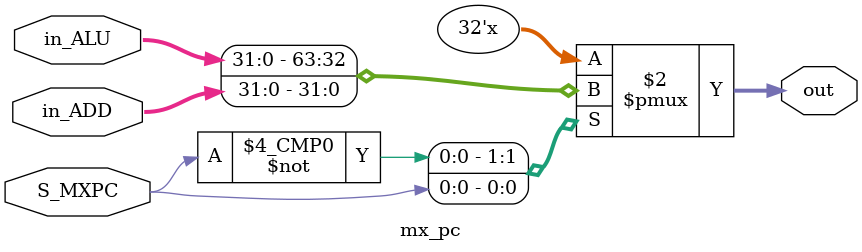
<source format=v>
module mx_pc(
			input 	wire[31:0]	in_ALU,
			input 	wire[31:0]	in_ADD,
			input 	wire		S_MXPC,
			output 	reg[31:0] 	out);

	always @(*) begin
		case(S_MXPC) 
			1'b0: out = in_ALU;
			1'b1: out = in_ADD;
		endcase
	end

endmodule
</source>
